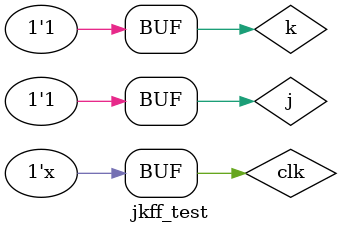
<source format=v>
module jkff_test;
  reg j,k,clk;
  wire q;
  jk_ff f(j,k,clk, q);
  initial 
  begin
     clk=0;
  end

 always
    #1 clk=~clk;

  initial
  $monitor($time,"j=%b,k=%b,q=%b",j,k,q);
  initial
  begin
      j=0;k=0;
      #4 j=0;k=0;
      #2 j=1;k=0;
      #2 j=0;k=1;
      #2 j=1;k=1;
  end
endmodule

</source>
